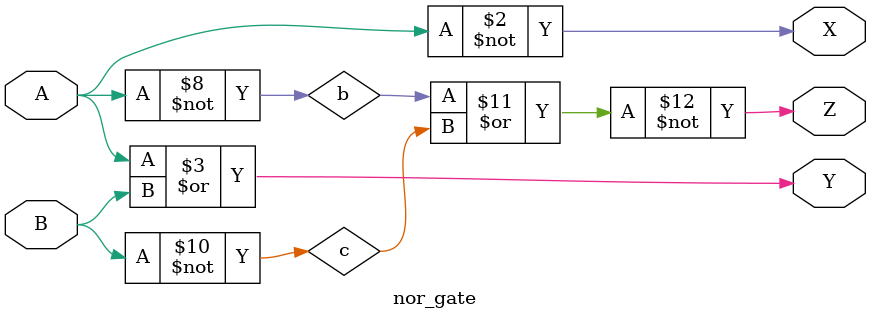
<source format=v>
module nor_gate (
    input A,
    input B,
    output X,
    output Y,
    output Z
);
wire a,b,c;

assign X = ~(A | A); // NOT gate

assign a = ~(A | B); 
assign Y = ~(a | a); // AND gate

assign b = ~(A | A);
assign c =~(B | B);
assign Z = ~(b | c); // OR gate

endmodule
</source>
